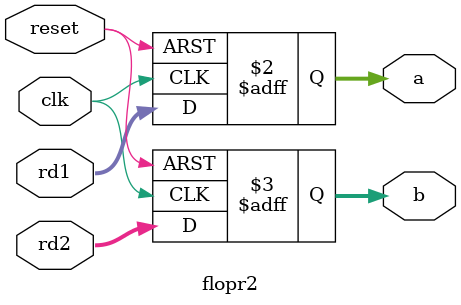
<source format=sv>
module flopr2#(parameter WIDTH = 8)(
input logic clk, reset, 
input logic [WIDTH-1:0] rd1, rd2, 
output logic [WIDTH-1:0] a, b
    );
always_ff @(posedge clk, posedge reset)
      if (reset) begin a <= 0;b<=0;end
      else       begin a <= rd1;b<=rd2;end   
endmodule

</source>
